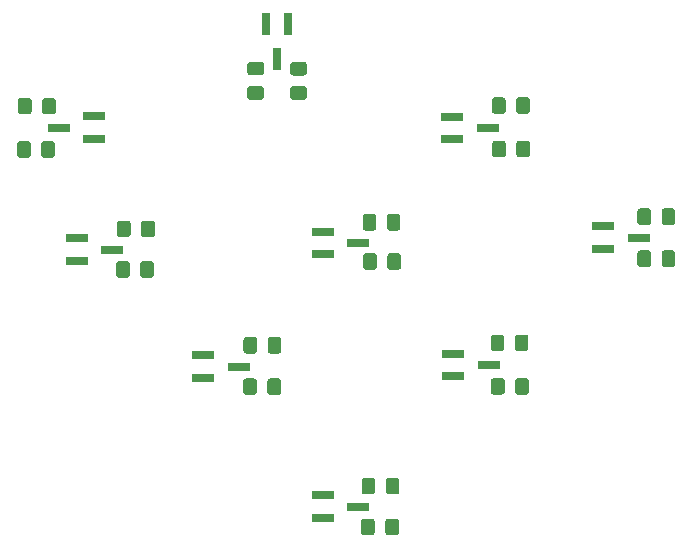
<source format=gbr>
G04 #@! TF.GenerationSoftware,KiCad,Pcbnew,(5.1.5-0)*
G04 #@! TF.CreationDate,2020-10-12T11:47:50-05:00*
G04 #@! TF.ProjectId,bells-venn,62656c6c-732d-4766-956e-6e2e6b696361,rev?*
G04 #@! TF.SameCoordinates,Original*
G04 #@! TF.FileFunction,Paste,Top*
G04 #@! TF.FilePolarity,Positive*
%FSLAX46Y46*%
G04 Gerber Fmt 4.6, Leading zero omitted, Abs format (unit mm)*
G04 Created by KiCad (PCBNEW (5.1.5-0)) date 2020-10-12 11:47:50*
%MOMM*%
%LPD*%
G04 APERTURE LIST*
%ADD10R,1.900000X0.800000*%
%ADD11R,0.800000X1.900000*%
%ADD12C,0.100000*%
G04 APERTURE END LIST*
D10*
X154683200Y-57089000D03*
X154683200Y-58989000D03*
X157683200Y-58039000D03*
D11*
X151785400Y-39497000D03*
X149885400Y-39497000D03*
X150835400Y-42497000D03*
D10*
X168681400Y-48310800D03*
X165681400Y-49260800D03*
X165681400Y-47360800D03*
X181459000Y-57594500D03*
X178459000Y-58544500D03*
X178459000Y-56644500D03*
X165760400Y-67416600D03*
X165760400Y-69316600D03*
X168760400Y-68366600D03*
X154708600Y-79415600D03*
X154708600Y-81315600D03*
X157708600Y-80365600D03*
X147599400Y-68503800D03*
X144599400Y-69453800D03*
X144599400Y-67553800D03*
X136855200Y-58597800D03*
X133855200Y-59547800D03*
X133855200Y-57647800D03*
X132356600Y-48275200D03*
X135356600Y-47325200D03*
X135356600Y-49225200D03*
D12*
G36*
X161055305Y-55587604D02*
G01*
X161079573Y-55591204D01*
X161103372Y-55597165D01*
X161126471Y-55605430D01*
X161148650Y-55615920D01*
X161169693Y-55628532D01*
X161189399Y-55643147D01*
X161207577Y-55659623D01*
X161224053Y-55677801D01*
X161238668Y-55697507D01*
X161251280Y-55718550D01*
X161261770Y-55740729D01*
X161270035Y-55763828D01*
X161275996Y-55787627D01*
X161279596Y-55811895D01*
X161280800Y-55836399D01*
X161280800Y-56736401D01*
X161279596Y-56760905D01*
X161275996Y-56785173D01*
X161270035Y-56808972D01*
X161261770Y-56832071D01*
X161251280Y-56854250D01*
X161238668Y-56875293D01*
X161224053Y-56894999D01*
X161207577Y-56913177D01*
X161189399Y-56929653D01*
X161169693Y-56944268D01*
X161148650Y-56956880D01*
X161126471Y-56967370D01*
X161103372Y-56975635D01*
X161079573Y-56981596D01*
X161055305Y-56985196D01*
X161030801Y-56986400D01*
X160380799Y-56986400D01*
X160356295Y-56985196D01*
X160332027Y-56981596D01*
X160308228Y-56975635D01*
X160285129Y-56967370D01*
X160262950Y-56956880D01*
X160241907Y-56944268D01*
X160222201Y-56929653D01*
X160204023Y-56913177D01*
X160187547Y-56894999D01*
X160172932Y-56875293D01*
X160160320Y-56854250D01*
X160149830Y-56832071D01*
X160141565Y-56808972D01*
X160135604Y-56785173D01*
X160132004Y-56760905D01*
X160130800Y-56736401D01*
X160130800Y-55836399D01*
X160132004Y-55811895D01*
X160135604Y-55787627D01*
X160141565Y-55763828D01*
X160149830Y-55740729D01*
X160160320Y-55718550D01*
X160172932Y-55697507D01*
X160187547Y-55677801D01*
X160204023Y-55659623D01*
X160222201Y-55643147D01*
X160241907Y-55628532D01*
X160262950Y-55615920D01*
X160285129Y-55605430D01*
X160308228Y-55597165D01*
X160332027Y-55591204D01*
X160356295Y-55587604D01*
X160380799Y-55586400D01*
X161030801Y-55586400D01*
X161055305Y-55587604D01*
G37*
G36*
X159005305Y-55587604D02*
G01*
X159029573Y-55591204D01*
X159053372Y-55597165D01*
X159076471Y-55605430D01*
X159098650Y-55615920D01*
X159119693Y-55628532D01*
X159139399Y-55643147D01*
X159157577Y-55659623D01*
X159174053Y-55677801D01*
X159188668Y-55697507D01*
X159201280Y-55718550D01*
X159211770Y-55740729D01*
X159220035Y-55763828D01*
X159225996Y-55787627D01*
X159229596Y-55811895D01*
X159230800Y-55836399D01*
X159230800Y-56736401D01*
X159229596Y-56760905D01*
X159225996Y-56785173D01*
X159220035Y-56808972D01*
X159211770Y-56832071D01*
X159201280Y-56854250D01*
X159188668Y-56875293D01*
X159174053Y-56894999D01*
X159157577Y-56913177D01*
X159139399Y-56929653D01*
X159119693Y-56944268D01*
X159098650Y-56956880D01*
X159076471Y-56967370D01*
X159053372Y-56975635D01*
X159029573Y-56981596D01*
X159005305Y-56985196D01*
X158980801Y-56986400D01*
X158330799Y-56986400D01*
X158306295Y-56985196D01*
X158282027Y-56981596D01*
X158258228Y-56975635D01*
X158235129Y-56967370D01*
X158212950Y-56956880D01*
X158191907Y-56944268D01*
X158172201Y-56929653D01*
X158154023Y-56913177D01*
X158137547Y-56894999D01*
X158122932Y-56875293D01*
X158110320Y-56854250D01*
X158099830Y-56832071D01*
X158091565Y-56808972D01*
X158085604Y-56785173D01*
X158082004Y-56760905D01*
X158080800Y-56736401D01*
X158080800Y-55836399D01*
X158082004Y-55811895D01*
X158085604Y-55787627D01*
X158091565Y-55763828D01*
X158099830Y-55740729D01*
X158110320Y-55718550D01*
X158122932Y-55697507D01*
X158137547Y-55677801D01*
X158154023Y-55659623D01*
X158172201Y-55643147D01*
X158191907Y-55628532D01*
X158212950Y-55615920D01*
X158235129Y-55605430D01*
X158258228Y-55597165D01*
X158282027Y-55591204D01*
X158306295Y-55587604D01*
X158330799Y-55586400D01*
X158980801Y-55586400D01*
X159005305Y-55587604D01*
G37*
G36*
X159048705Y-58915004D02*
G01*
X159072973Y-58918604D01*
X159096772Y-58924565D01*
X159119871Y-58932830D01*
X159142050Y-58943320D01*
X159163093Y-58955932D01*
X159182799Y-58970547D01*
X159200977Y-58987023D01*
X159217453Y-59005201D01*
X159232068Y-59024907D01*
X159244680Y-59045950D01*
X159255170Y-59068129D01*
X159263435Y-59091228D01*
X159269396Y-59115027D01*
X159272996Y-59139295D01*
X159274200Y-59163799D01*
X159274200Y-60063801D01*
X159272996Y-60088305D01*
X159269396Y-60112573D01*
X159263435Y-60136372D01*
X159255170Y-60159471D01*
X159244680Y-60181650D01*
X159232068Y-60202693D01*
X159217453Y-60222399D01*
X159200977Y-60240577D01*
X159182799Y-60257053D01*
X159163093Y-60271668D01*
X159142050Y-60284280D01*
X159119871Y-60294770D01*
X159096772Y-60303035D01*
X159072973Y-60308996D01*
X159048705Y-60312596D01*
X159024201Y-60313800D01*
X158374199Y-60313800D01*
X158349695Y-60312596D01*
X158325427Y-60308996D01*
X158301628Y-60303035D01*
X158278529Y-60294770D01*
X158256350Y-60284280D01*
X158235307Y-60271668D01*
X158215601Y-60257053D01*
X158197423Y-60240577D01*
X158180947Y-60222399D01*
X158166332Y-60202693D01*
X158153720Y-60181650D01*
X158143230Y-60159471D01*
X158134965Y-60136372D01*
X158129004Y-60112573D01*
X158125404Y-60088305D01*
X158124200Y-60063801D01*
X158124200Y-59163799D01*
X158125404Y-59139295D01*
X158129004Y-59115027D01*
X158134965Y-59091228D01*
X158143230Y-59068129D01*
X158153720Y-59045950D01*
X158166332Y-59024907D01*
X158180947Y-59005201D01*
X158197423Y-58987023D01*
X158215601Y-58970547D01*
X158235307Y-58955932D01*
X158256350Y-58943320D01*
X158278529Y-58932830D01*
X158301628Y-58924565D01*
X158325427Y-58918604D01*
X158349695Y-58915004D01*
X158374199Y-58913800D01*
X159024201Y-58913800D01*
X159048705Y-58915004D01*
G37*
G36*
X161098705Y-58915004D02*
G01*
X161122973Y-58918604D01*
X161146772Y-58924565D01*
X161169871Y-58932830D01*
X161192050Y-58943320D01*
X161213093Y-58955932D01*
X161232799Y-58970547D01*
X161250977Y-58987023D01*
X161267453Y-59005201D01*
X161282068Y-59024907D01*
X161294680Y-59045950D01*
X161305170Y-59068129D01*
X161313435Y-59091228D01*
X161319396Y-59115027D01*
X161322996Y-59139295D01*
X161324200Y-59163799D01*
X161324200Y-60063801D01*
X161322996Y-60088305D01*
X161319396Y-60112573D01*
X161313435Y-60136372D01*
X161305170Y-60159471D01*
X161294680Y-60181650D01*
X161282068Y-60202693D01*
X161267453Y-60222399D01*
X161250977Y-60240577D01*
X161232799Y-60257053D01*
X161213093Y-60271668D01*
X161192050Y-60284280D01*
X161169871Y-60294770D01*
X161146772Y-60303035D01*
X161122973Y-60308996D01*
X161098705Y-60312596D01*
X161074201Y-60313800D01*
X160424199Y-60313800D01*
X160399695Y-60312596D01*
X160375427Y-60308996D01*
X160351628Y-60303035D01*
X160328529Y-60294770D01*
X160306350Y-60284280D01*
X160285307Y-60271668D01*
X160265601Y-60257053D01*
X160247423Y-60240577D01*
X160230947Y-60222399D01*
X160216332Y-60202693D01*
X160203720Y-60181650D01*
X160193230Y-60159471D01*
X160184965Y-60136372D01*
X160179004Y-60112573D01*
X160175404Y-60088305D01*
X160174200Y-60063801D01*
X160174200Y-59163799D01*
X160175404Y-59139295D01*
X160179004Y-59115027D01*
X160184965Y-59091228D01*
X160193230Y-59068129D01*
X160203720Y-59045950D01*
X160216332Y-59024907D01*
X160230947Y-59005201D01*
X160247423Y-58987023D01*
X160265601Y-58970547D01*
X160285307Y-58955932D01*
X160306350Y-58943320D01*
X160328529Y-58932830D01*
X160351628Y-58924565D01*
X160375427Y-58918604D01*
X160399695Y-58915004D01*
X160424199Y-58913800D01*
X161074201Y-58913800D01*
X161098705Y-58915004D01*
G37*
G36*
X153128505Y-44765204D02*
G01*
X153152773Y-44768804D01*
X153176572Y-44774765D01*
X153199671Y-44783030D01*
X153221850Y-44793520D01*
X153242893Y-44806132D01*
X153262599Y-44820747D01*
X153280777Y-44837223D01*
X153297253Y-44855401D01*
X153311868Y-44875107D01*
X153324480Y-44896150D01*
X153334970Y-44918329D01*
X153343235Y-44941428D01*
X153349196Y-44965227D01*
X153352796Y-44989495D01*
X153354000Y-45013999D01*
X153354000Y-45664001D01*
X153352796Y-45688505D01*
X153349196Y-45712773D01*
X153343235Y-45736572D01*
X153334970Y-45759671D01*
X153324480Y-45781850D01*
X153311868Y-45802893D01*
X153297253Y-45822599D01*
X153280777Y-45840777D01*
X153262599Y-45857253D01*
X153242893Y-45871868D01*
X153221850Y-45884480D01*
X153199671Y-45894970D01*
X153176572Y-45903235D01*
X153152773Y-45909196D01*
X153128505Y-45912796D01*
X153104001Y-45914000D01*
X152203999Y-45914000D01*
X152179495Y-45912796D01*
X152155227Y-45909196D01*
X152131428Y-45903235D01*
X152108329Y-45894970D01*
X152086150Y-45884480D01*
X152065107Y-45871868D01*
X152045401Y-45857253D01*
X152027223Y-45840777D01*
X152010747Y-45822599D01*
X151996132Y-45802893D01*
X151983520Y-45781850D01*
X151973030Y-45759671D01*
X151964765Y-45736572D01*
X151958804Y-45712773D01*
X151955204Y-45688505D01*
X151954000Y-45664001D01*
X151954000Y-45013999D01*
X151955204Y-44989495D01*
X151958804Y-44965227D01*
X151964765Y-44941428D01*
X151973030Y-44918329D01*
X151983520Y-44896150D01*
X151996132Y-44875107D01*
X152010747Y-44855401D01*
X152027223Y-44837223D01*
X152045401Y-44820747D01*
X152065107Y-44806132D01*
X152086150Y-44793520D01*
X152108329Y-44783030D01*
X152131428Y-44774765D01*
X152155227Y-44768804D01*
X152179495Y-44765204D01*
X152203999Y-44764000D01*
X153104001Y-44764000D01*
X153128505Y-44765204D01*
G37*
G36*
X153128505Y-42715204D02*
G01*
X153152773Y-42718804D01*
X153176572Y-42724765D01*
X153199671Y-42733030D01*
X153221850Y-42743520D01*
X153242893Y-42756132D01*
X153262599Y-42770747D01*
X153280777Y-42787223D01*
X153297253Y-42805401D01*
X153311868Y-42825107D01*
X153324480Y-42846150D01*
X153334970Y-42868329D01*
X153343235Y-42891428D01*
X153349196Y-42915227D01*
X153352796Y-42939495D01*
X153354000Y-42963999D01*
X153354000Y-43614001D01*
X153352796Y-43638505D01*
X153349196Y-43662773D01*
X153343235Y-43686572D01*
X153334970Y-43709671D01*
X153324480Y-43731850D01*
X153311868Y-43752893D01*
X153297253Y-43772599D01*
X153280777Y-43790777D01*
X153262599Y-43807253D01*
X153242893Y-43821868D01*
X153221850Y-43834480D01*
X153199671Y-43844970D01*
X153176572Y-43853235D01*
X153152773Y-43859196D01*
X153128505Y-43862796D01*
X153104001Y-43864000D01*
X152203999Y-43864000D01*
X152179495Y-43862796D01*
X152155227Y-43859196D01*
X152131428Y-43853235D01*
X152108329Y-43844970D01*
X152086150Y-43834480D01*
X152065107Y-43821868D01*
X152045401Y-43807253D01*
X152027223Y-43790777D01*
X152010747Y-43772599D01*
X151996132Y-43752893D01*
X151983520Y-43731850D01*
X151973030Y-43709671D01*
X151964765Y-43686572D01*
X151958804Y-43662773D01*
X151955204Y-43638505D01*
X151954000Y-43614001D01*
X151954000Y-42963999D01*
X151955204Y-42939495D01*
X151958804Y-42915227D01*
X151964765Y-42891428D01*
X151973030Y-42868329D01*
X151983520Y-42846150D01*
X151996132Y-42825107D01*
X152010747Y-42805401D01*
X152027223Y-42787223D01*
X152045401Y-42770747D01*
X152065107Y-42756132D01*
X152086150Y-42743520D01*
X152108329Y-42733030D01*
X152131428Y-42724765D01*
X152155227Y-42718804D01*
X152179495Y-42715204D01*
X152203999Y-42714000D01*
X153104001Y-42714000D01*
X153128505Y-42715204D01*
G37*
G36*
X172002705Y-45707004D02*
G01*
X172026973Y-45710604D01*
X172050772Y-45716565D01*
X172073871Y-45724830D01*
X172096050Y-45735320D01*
X172117093Y-45747932D01*
X172136799Y-45762547D01*
X172154977Y-45779023D01*
X172171453Y-45797201D01*
X172186068Y-45816907D01*
X172198680Y-45837950D01*
X172209170Y-45860129D01*
X172217435Y-45883228D01*
X172223396Y-45907027D01*
X172226996Y-45931295D01*
X172228200Y-45955799D01*
X172228200Y-46855801D01*
X172226996Y-46880305D01*
X172223396Y-46904573D01*
X172217435Y-46928372D01*
X172209170Y-46951471D01*
X172198680Y-46973650D01*
X172186068Y-46994693D01*
X172171453Y-47014399D01*
X172154977Y-47032577D01*
X172136799Y-47049053D01*
X172117093Y-47063668D01*
X172096050Y-47076280D01*
X172073871Y-47086770D01*
X172050772Y-47095035D01*
X172026973Y-47100996D01*
X172002705Y-47104596D01*
X171978201Y-47105800D01*
X171328199Y-47105800D01*
X171303695Y-47104596D01*
X171279427Y-47100996D01*
X171255628Y-47095035D01*
X171232529Y-47086770D01*
X171210350Y-47076280D01*
X171189307Y-47063668D01*
X171169601Y-47049053D01*
X171151423Y-47032577D01*
X171134947Y-47014399D01*
X171120332Y-46994693D01*
X171107720Y-46973650D01*
X171097230Y-46951471D01*
X171088965Y-46928372D01*
X171083004Y-46904573D01*
X171079404Y-46880305D01*
X171078200Y-46855801D01*
X171078200Y-45955799D01*
X171079404Y-45931295D01*
X171083004Y-45907027D01*
X171088965Y-45883228D01*
X171097230Y-45860129D01*
X171107720Y-45837950D01*
X171120332Y-45816907D01*
X171134947Y-45797201D01*
X171151423Y-45779023D01*
X171169601Y-45762547D01*
X171189307Y-45747932D01*
X171210350Y-45735320D01*
X171232529Y-45724830D01*
X171255628Y-45716565D01*
X171279427Y-45710604D01*
X171303695Y-45707004D01*
X171328199Y-45705800D01*
X171978201Y-45705800D01*
X172002705Y-45707004D01*
G37*
G36*
X169952705Y-45707004D02*
G01*
X169976973Y-45710604D01*
X170000772Y-45716565D01*
X170023871Y-45724830D01*
X170046050Y-45735320D01*
X170067093Y-45747932D01*
X170086799Y-45762547D01*
X170104977Y-45779023D01*
X170121453Y-45797201D01*
X170136068Y-45816907D01*
X170148680Y-45837950D01*
X170159170Y-45860129D01*
X170167435Y-45883228D01*
X170173396Y-45907027D01*
X170176996Y-45931295D01*
X170178200Y-45955799D01*
X170178200Y-46855801D01*
X170176996Y-46880305D01*
X170173396Y-46904573D01*
X170167435Y-46928372D01*
X170159170Y-46951471D01*
X170148680Y-46973650D01*
X170136068Y-46994693D01*
X170121453Y-47014399D01*
X170104977Y-47032577D01*
X170086799Y-47049053D01*
X170067093Y-47063668D01*
X170046050Y-47076280D01*
X170023871Y-47086770D01*
X170000772Y-47095035D01*
X169976973Y-47100996D01*
X169952705Y-47104596D01*
X169928201Y-47105800D01*
X169278199Y-47105800D01*
X169253695Y-47104596D01*
X169229427Y-47100996D01*
X169205628Y-47095035D01*
X169182529Y-47086770D01*
X169160350Y-47076280D01*
X169139307Y-47063668D01*
X169119601Y-47049053D01*
X169101423Y-47032577D01*
X169084947Y-47014399D01*
X169070332Y-46994693D01*
X169057720Y-46973650D01*
X169047230Y-46951471D01*
X169038965Y-46928372D01*
X169033004Y-46904573D01*
X169029404Y-46880305D01*
X169028200Y-46855801D01*
X169028200Y-45955799D01*
X169029404Y-45931295D01*
X169033004Y-45907027D01*
X169038965Y-45883228D01*
X169047230Y-45860129D01*
X169057720Y-45837950D01*
X169070332Y-45816907D01*
X169084947Y-45797201D01*
X169101423Y-45779023D01*
X169119601Y-45762547D01*
X169139307Y-45747932D01*
X169160350Y-45735320D01*
X169182529Y-45724830D01*
X169205628Y-45716565D01*
X169229427Y-45710604D01*
X169253695Y-45707004D01*
X169278199Y-45705800D01*
X169928201Y-45705800D01*
X169952705Y-45707004D01*
G37*
G36*
X149496305Y-44757804D02*
G01*
X149520573Y-44761404D01*
X149544372Y-44767365D01*
X149567471Y-44775630D01*
X149589650Y-44786120D01*
X149610693Y-44798732D01*
X149630399Y-44813347D01*
X149648577Y-44829823D01*
X149665053Y-44848001D01*
X149679668Y-44867707D01*
X149692280Y-44888750D01*
X149702770Y-44910929D01*
X149711035Y-44934028D01*
X149716996Y-44957827D01*
X149720596Y-44982095D01*
X149721800Y-45006599D01*
X149721800Y-45656601D01*
X149720596Y-45681105D01*
X149716996Y-45705373D01*
X149711035Y-45729172D01*
X149702770Y-45752271D01*
X149692280Y-45774450D01*
X149679668Y-45795493D01*
X149665053Y-45815199D01*
X149648577Y-45833377D01*
X149630399Y-45849853D01*
X149610693Y-45864468D01*
X149589650Y-45877080D01*
X149567471Y-45887570D01*
X149544372Y-45895835D01*
X149520573Y-45901796D01*
X149496305Y-45905396D01*
X149471801Y-45906600D01*
X148571799Y-45906600D01*
X148547295Y-45905396D01*
X148523027Y-45901796D01*
X148499228Y-45895835D01*
X148476129Y-45887570D01*
X148453950Y-45877080D01*
X148432907Y-45864468D01*
X148413201Y-45849853D01*
X148395023Y-45833377D01*
X148378547Y-45815199D01*
X148363932Y-45795493D01*
X148351320Y-45774450D01*
X148340830Y-45752271D01*
X148332565Y-45729172D01*
X148326604Y-45705373D01*
X148323004Y-45681105D01*
X148321800Y-45656601D01*
X148321800Y-45006599D01*
X148323004Y-44982095D01*
X148326604Y-44957827D01*
X148332565Y-44934028D01*
X148340830Y-44910929D01*
X148351320Y-44888750D01*
X148363932Y-44867707D01*
X148378547Y-44848001D01*
X148395023Y-44829823D01*
X148413201Y-44813347D01*
X148432907Y-44798732D01*
X148453950Y-44786120D01*
X148476129Y-44775630D01*
X148499228Y-44767365D01*
X148523027Y-44761404D01*
X148547295Y-44757804D01*
X148571799Y-44756600D01*
X149471801Y-44756600D01*
X149496305Y-44757804D01*
G37*
G36*
X149496305Y-42707804D02*
G01*
X149520573Y-42711404D01*
X149544372Y-42717365D01*
X149567471Y-42725630D01*
X149589650Y-42736120D01*
X149610693Y-42748732D01*
X149630399Y-42763347D01*
X149648577Y-42779823D01*
X149665053Y-42798001D01*
X149679668Y-42817707D01*
X149692280Y-42838750D01*
X149702770Y-42860929D01*
X149711035Y-42884028D01*
X149716996Y-42907827D01*
X149720596Y-42932095D01*
X149721800Y-42956599D01*
X149721800Y-43606601D01*
X149720596Y-43631105D01*
X149716996Y-43655373D01*
X149711035Y-43679172D01*
X149702770Y-43702271D01*
X149692280Y-43724450D01*
X149679668Y-43745493D01*
X149665053Y-43765199D01*
X149648577Y-43783377D01*
X149630399Y-43799853D01*
X149610693Y-43814468D01*
X149589650Y-43827080D01*
X149567471Y-43837570D01*
X149544372Y-43845835D01*
X149520573Y-43851796D01*
X149496305Y-43855396D01*
X149471801Y-43856600D01*
X148571799Y-43856600D01*
X148547295Y-43855396D01*
X148523027Y-43851796D01*
X148499228Y-43845835D01*
X148476129Y-43837570D01*
X148453950Y-43827080D01*
X148432907Y-43814468D01*
X148413201Y-43799853D01*
X148395023Y-43783377D01*
X148378547Y-43765199D01*
X148363932Y-43745493D01*
X148351320Y-43724450D01*
X148340830Y-43702271D01*
X148332565Y-43679172D01*
X148326604Y-43655373D01*
X148323004Y-43631105D01*
X148321800Y-43606601D01*
X148321800Y-42956599D01*
X148323004Y-42932095D01*
X148326604Y-42907827D01*
X148332565Y-42884028D01*
X148340830Y-42860929D01*
X148351320Y-42838750D01*
X148363932Y-42817707D01*
X148378547Y-42798001D01*
X148395023Y-42779823D01*
X148413201Y-42763347D01*
X148432907Y-42748732D01*
X148453950Y-42736120D01*
X148476129Y-42725630D01*
X148499228Y-42717365D01*
X148523027Y-42711404D01*
X148547295Y-42707804D01*
X148571799Y-42706600D01*
X149471801Y-42706600D01*
X149496305Y-42707804D01*
G37*
G36*
X172020705Y-49390004D02*
G01*
X172044973Y-49393604D01*
X172068772Y-49399565D01*
X172091871Y-49407830D01*
X172114050Y-49418320D01*
X172135093Y-49430932D01*
X172154799Y-49445547D01*
X172172977Y-49462023D01*
X172189453Y-49480201D01*
X172204068Y-49499907D01*
X172216680Y-49520950D01*
X172227170Y-49543129D01*
X172235435Y-49566228D01*
X172241396Y-49590027D01*
X172244996Y-49614295D01*
X172246200Y-49638799D01*
X172246200Y-50538801D01*
X172244996Y-50563305D01*
X172241396Y-50587573D01*
X172235435Y-50611372D01*
X172227170Y-50634471D01*
X172216680Y-50656650D01*
X172204068Y-50677693D01*
X172189453Y-50697399D01*
X172172977Y-50715577D01*
X172154799Y-50732053D01*
X172135093Y-50746668D01*
X172114050Y-50759280D01*
X172091871Y-50769770D01*
X172068772Y-50778035D01*
X172044973Y-50783996D01*
X172020705Y-50787596D01*
X171996201Y-50788800D01*
X171346199Y-50788800D01*
X171321695Y-50787596D01*
X171297427Y-50783996D01*
X171273628Y-50778035D01*
X171250529Y-50769770D01*
X171228350Y-50759280D01*
X171207307Y-50746668D01*
X171187601Y-50732053D01*
X171169423Y-50715577D01*
X171152947Y-50697399D01*
X171138332Y-50677693D01*
X171125720Y-50656650D01*
X171115230Y-50634471D01*
X171106965Y-50611372D01*
X171101004Y-50587573D01*
X171097404Y-50563305D01*
X171096200Y-50538801D01*
X171096200Y-49638799D01*
X171097404Y-49614295D01*
X171101004Y-49590027D01*
X171106965Y-49566228D01*
X171115230Y-49543129D01*
X171125720Y-49520950D01*
X171138332Y-49499907D01*
X171152947Y-49480201D01*
X171169423Y-49462023D01*
X171187601Y-49445547D01*
X171207307Y-49430932D01*
X171228350Y-49418320D01*
X171250529Y-49407830D01*
X171273628Y-49399565D01*
X171297427Y-49393604D01*
X171321695Y-49390004D01*
X171346199Y-49388800D01*
X171996201Y-49388800D01*
X172020705Y-49390004D01*
G37*
G36*
X169970705Y-49390004D02*
G01*
X169994973Y-49393604D01*
X170018772Y-49399565D01*
X170041871Y-49407830D01*
X170064050Y-49418320D01*
X170085093Y-49430932D01*
X170104799Y-49445547D01*
X170122977Y-49462023D01*
X170139453Y-49480201D01*
X170154068Y-49499907D01*
X170166680Y-49520950D01*
X170177170Y-49543129D01*
X170185435Y-49566228D01*
X170191396Y-49590027D01*
X170194996Y-49614295D01*
X170196200Y-49638799D01*
X170196200Y-50538801D01*
X170194996Y-50563305D01*
X170191396Y-50587573D01*
X170185435Y-50611372D01*
X170177170Y-50634471D01*
X170166680Y-50656650D01*
X170154068Y-50677693D01*
X170139453Y-50697399D01*
X170122977Y-50715577D01*
X170104799Y-50732053D01*
X170085093Y-50746668D01*
X170064050Y-50759280D01*
X170041871Y-50769770D01*
X170018772Y-50778035D01*
X169994973Y-50783996D01*
X169970705Y-50787596D01*
X169946201Y-50788800D01*
X169296199Y-50788800D01*
X169271695Y-50787596D01*
X169247427Y-50783996D01*
X169223628Y-50778035D01*
X169200529Y-50769770D01*
X169178350Y-50759280D01*
X169157307Y-50746668D01*
X169137601Y-50732053D01*
X169119423Y-50715577D01*
X169102947Y-50697399D01*
X169088332Y-50677693D01*
X169075720Y-50656650D01*
X169065230Y-50634471D01*
X169056965Y-50611372D01*
X169051004Y-50587573D01*
X169047404Y-50563305D01*
X169046200Y-50538801D01*
X169046200Y-49638799D01*
X169047404Y-49614295D01*
X169051004Y-49590027D01*
X169056965Y-49566228D01*
X169065230Y-49543129D01*
X169075720Y-49520950D01*
X169088332Y-49499907D01*
X169102947Y-49480201D01*
X169119423Y-49462023D01*
X169137601Y-49445547D01*
X169157307Y-49430932D01*
X169178350Y-49418320D01*
X169200529Y-49407830D01*
X169223628Y-49399565D01*
X169247427Y-49393604D01*
X169271695Y-49390004D01*
X169296199Y-49388800D01*
X169946201Y-49388800D01*
X169970705Y-49390004D01*
G37*
G36*
X184309005Y-55117704D02*
G01*
X184333273Y-55121304D01*
X184357072Y-55127265D01*
X184380171Y-55135530D01*
X184402350Y-55146020D01*
X184423393Y-55158632D01*
X184443099Y-55173247D01*
X184461277Y-55189723D01*
X184477753Y-55207901D01*
X184492368Y-55227607D01*
X184504980Y-55248650D01*
X184515470Y-55270829D01*
X184523735Y-55293928D01*
X184529696Y-55317727D01*
X184533296Y-55341995D01*
X184534500Y-55366499D01*
X184534500Y-56266501D01*
X184533296Y-56291005D01*
X184529696Y-56315273D01*
X184523735Y-56339072D01*
X184515470Y-56362171D01*
X184504980Y-56384350D01*
X184492368Y-56405393D01*
X184477753Y-56425099D01*
X184461277Y-56443277D01*
X184443099Y-56459753D01*
X184423393Y-56474368D01*
X184402350Y-56486980D01*
X184380171Y-56497470D01*
X184357072Y-56505735D01*
X184333273Y-56511696D01*
X184309005Y-56515296D01*
X184284501Y-56516500D01*
X183634499Y-56516500D01*
X183609995Y-56515296D01*
X183585727Y-56511696D01*
X183561928Y-56505735D01*
X183538829Y-56497470D01*
X183516650Y-56486980D01*
X183495607Y-56474368D01*
X183475901Y-56459753D01*
X183457723Y-56443277D01*
X183441247Y-56425099D01*
X183426632Y-56405393D01*
X183414020Y-56384350D01*
X183403530Y-56362171D01*
X183395265Y-56339072D01*
X183389304Y-56315273D01*
X183385704Y-56291005D01*
X183384500Y-56266501D01*
X183384500Y-55366499D01*
X183385704Y-55341995D01*
X183389304Y-55317727D01*
X183395265Y-55293928D01*
X183403530Y-55270829D01*
X183414020Y-55248650D01*
X183426632Y-55227607D01*
X183441247Y-55207901D01*
X183457723Y-55189723D01*
X183475901Y-55173247D01*
X183495607Y-55158632D01*
X183516650Y-55146020D01*
X183538829Y-55135530D01*
X183561928Y-55127265D01*
X183585727Y-55121304D01*
X183609995Y-55117704D01*
X183634499Y-55116500D01*
X184284501Y-55116500D01*
X184309005Y-55117704D01*
G37*
G36*
X182259005Y-55117704D02*
G01*
X182283273Y-55121304D01*
X182307072Y-55127265D01*
X182330171Y-55135530D01*
X182352350Y-55146020D01*
X182373393Y-55158632D01*
X182393099Y-55173247D01*
X182411277Y-55189723D01*
X182427753Y-55207901D01*
X182442368Y-55227607D01*
X182454980Y-55248650D01*
X182465470Y-55270829D01*
X182473735Y-55293928D01*
X182479696Y-55317727D01*
X182483296Y-55341995D01*
X182484500Y-55366499D01*
X182484500Y-56266501D01*
X182483296Y-56291005D01*
X182479696Y-56315273D01*
X182473735Y-56339072D01*
X182465470Y-56362171D01*
X182454980Y-56384350D01*
X182442368Y-56405393D01*
X182427753Y-56425099D01*
X182411277Y-56443277D01*
X182393099Y-56459753D01*
X182373393Y-56474368D01*
X182352350Y-56486980D01*
X182330171Y-56497470D01*
X182307072Y-56505735D01*
X182283273Y-56511696D01*
X182259005Y-56515296D01*
X182234501Y-56516500D01*
X181584499Y-56516500D01*
X181559995Y-56515296D01*
X181535727Y-56511696D01*
X181511928Y-56505735D01*
X181488829Y-56497470D01*
X181466650Y-56486980D01*
X181445607Y-56474368D01*
X181425901Y-56459753D01*
X181407723Y-56443277D01*
X181391247Y-56425099D01*
X181376632Y-56405393D01*
X181364020Y-56384350D01*
X181353530Y-56362171D01*
X181345265Y-56339072D01*
X181339304Y-56315273D01*
X181335704Y-56291005D01*
X181334500Y-56266501D01*
X181334500Y-55366499D01*
X181335704Y-55341995D01*
X181339304Y-55317727D01*
X181345265Y-55293928D01*
X181353530Y-55270829D01*
X181364020Y-55248650D01*
X181376632Y-55227607D01*
X181391247Y-55207901D01*
X181407723Y-55189723D01*
X181425901Y-55173247D01*
X181445607Y-55158632D01*
X181466650Y-55146020D01*
X181488829Y-55135530D01*
X181511928Y-55127265D01*
X181535727Y-55121304D01*
X181559995Y-55117704D01*
X181584499Y-55116500D01*
X182234501Y-55116500D01*
X182259005Y-55117704D01*
G37*
G36*
X169843705Y-65798404D02*
G01*
X169867973Y-65802004D01*
X169891772Y-65807965D01*
X169914871Y-65816230D01*
X169937050Y-65826720D01*
X169958093Y-65839332D01*
X169977799Y-65853947D01*
X169995977Y-65870423D01*
X170012453Y-65888601D01*
X170027068Y-65908307D01*
X170039680Y-65929350D01*
X170050170Y-65951529D01*
X170058435Y-65974628D01*
X170064396Y-65998427D01*
X170067996Y-66022695D01*
X170069200Y-66047199D01*
X170069200Y-66947201D01*
X170067996Y-66971705D01*
X170064396Y-66995973D01*
X170058435Y-67019772D01*
X170050170Y-67042871D01*
X170039680Y-67065050D01*
X170027068Y-67086093D01*
X170012453Y-67105799D01*
X169995977Y-67123977D01*
X169977799Y-67140453D01*
X169958093Y-67155068D01*
X169937050Y-67167680D01*
X169914871Y-67178170D01*
X169891772Y-67186435D01*
X169867973Y-67192396D01*
X169843705Y-67195996D01*
X169819201Y-67197200D01*
X169169199Y-67197200D01*
X169144695Y-67195996D01*
X169120427Y-67192396D01*
X169096628Y-67186435D01*
X169073529Y-67178170D01*
X169051350Y-67167680D01*
X169030307Y-67155068D01*
X169010601Y-67140453D01*
X168992423Y-67123977D01*
X168975947Y-67105799D01*
X168961332Y-67086093D01*
X168948720Y-67065050D01*
X168938230Y-67042871D01*
X168929965Y-67019772D01*
X168924004Y-66995973D01*
X168920404Y-66971705D01*
X168919200Y-66947201D01*
X168919200Y-66047199D01*
X168920404Y-66022695D01*
X168924004Y-65998427D01*
X168929965Y-65974628D01*
X168938230Y-65951529D01*
X168948720Y-65929350D01*
X168961332Y-65908307D01*
X168975947Y-65888601D01*
X168992423Y-65870423D01*
X169010601Y-65853947D01*
X169030307Y-65839332D01*
X169051350Y-65826720D01*
X169073529Y-65816230D01*
X169096628Y-65807965D01*
X169120427Y-65802004D01*
X169144695Y-65798404D01*
X169169199Y-65797200D01*
X169819201Y-65797200D01*
X169843705Y-65798404D01*
G37*
G36*
X171893705Y-65798404D02*
G01*
X171917973Y-65802004D01*
X171941772Y-65807965D01*
X171964871Y-65816230D01*
X171987050Y-65826720D01*
X172008093Y-65839332D01*
X172027799Y-65853947D01*
X172045977Y-65870423D01*
X172062453Y-65888601D01*
X172077068Y-65908307D01*
X172089680Y-65929350D01*
X172100170Y-65951529D01*
X172108435Y-65974628D01*
X172114396Y-65998427D01*
X172117996Y-66022695D01*
X172119200Y-66047199D01*
X172119200Y-66947201D01*
X172117996Y-66971705D01*
X172114396Y-66995973D01*
X172108435Y-67019772D01*
X172100170Y-67042871D01*
X172089680Y-67065050D01*
X172077068Y-67086093D01*
X172062453Y-67105799D01*
X172045977Y-67123977D01*
X172027799Y-67140453D01*
X172008093Y-67155068D01*
X171987050Y-67167680D01*
X171964871Y-67178170D01*
X171941772Y-67186435D01*
X171917973Y-67192396D01*
X171893705Y-67195996D01*
X171869201Y-67197200D01*
X171219199Y-67197200D01*
X171194695Y-67195996D01*
X171170427Y-67192396D01*
X171146628Y-67186435D01*
X171123529Y-67178170D01*
X171101350Y-67167680D01*
X171080307Y-67155068D01*
X171060601Y-67140453D01*
X171042423Y-67123977D01*
X171025947Y-67105799D01*
X171011332Y-67086093D01*
X170998720Y-67065050D01*
X170988230Y-67042871D01*
X170979965Y-67019772D01*
X170974004Y-66995973D01*
X170970404Y-66971705D01*
X170969200Y-66947201D01*
X170969200Y-66047199D01*
X170970404Y-66022695D01*
X170974004Y-65998427D01*
X170979965Y-65974628D01*
X170988230Y-65951529D01*
X170998720Y-65929350D01*
X171011332Y-65908307D01*
X171025947Y-65888601D01*
X171042423Y-65870423D01*
X171060601Y-65853947D01*
X171080307Y-65839332D01*
X171101350Y-65826720D01*
X171123529Y-65816230D01*
X171146628Y-65807965D01*
X171170427Y-65802004D01*
X171194695Y-65798404D01*
X171219199Y-65797200D01*
X171869201Y-65797200D01*
X171893705Y-65798404D01*
G37*
G36*
X184309005Y-58673704D02*
G01*
X184333273Y-58677304D01*
X184357072Y-58683265D01*
X184380171Y-58691530D01*
X184402350Y-58702020D01*
X184423393Y-58714632D01*
X184443099Y-58729247D01*
X184461277Y-58745723D01*
X184477753Y-58763901D01*
X184492368Y-58783607D01*
X184504980Y-58804650D01*
X184515470Y-58826829D01*
X184523735Y-58849928D01*
X184529696Y-58873727D01*
X184533296Y-58897995D01*
X184534500Y-58922499D01*
X184534500Y-59822501D01*
X184533296Y-59847005D01*
X184529696Y-59871273D01*
X184523735Y-59895072D01*
X184515470Y-59918171D01*
X184504980Y-59940350D01*
X184492368Y-59961393D01*
X184477753Y-59981099D01*
X184461277Y-59999277D01*
X184443099Y-60015753D01*
X184423393Y-60030368D01*
X184402350Y-60042980D01*
X184380171Y-60053470D01*
X184357072Y-60061735D01*
X184333273Y-60067696D01*
X184309005Y-60071296D01*
X184284501Y-60072500D01*
X183634499Y-60072500D01*
X183609995Y-60071296D01*
X183585727Y-60067696D01*
X183561928Y-60061735D01*
X183538829Y-60053470D01*
X183516650Y-60042980D01*
X183495607Y-60030368D01*
X183475901Y-60015753D01*
X183457723Y-59999277D01*
X183441247Y-59981099D01*
X183426632Y-59961393D01*
X183414020Y-59940350D01*
X183403530Y-59918171D01*
X183395265Y-59895072D01*
X183389304Y-59871273D01*
X183385704Y-59847005D01*
X183384500Y-59822501D01*
X183384500Y-58922499D01*
X183385704Y-58897995D01*
X183389304Y-58873727D01*
X183395265Y-58849928D01*
X183403530Y-58826829D01*
X183414020Y-58804650D01*
X183426632Y-58783607D01*
X183441247Y-58763901D01*
X183457723Y-58745723D01*
X183475901Y-58729247D01*
X183495607Y-58714632D01*
X183516650Y-58702020D01*
X183538829Y-58691530D01*
X183561928Y-58683265D01*
X183585727Y-58677304D01*
X183609995Y-58673704D01*
X183634499Y-58672500D01*
X184284501Y-58672500D01*
X184309005Y-58673704D01*
G37*
G36*
X182259005Y-58673704D02*
G01*
X182283273Y-58677304D01*
X182307072Y-58683265D01*
X182330171Y-58691530D01*
X182352350Y-58702020D01*
X182373393Y-58714632D01*
X182393099Y-58729247D01*
X182411277Y-58745723D01*
X182427753Y-58763901D01*
X182442368Y-58783607D01*
X182454980Y-58804650D01*
X182465470Y-58826829D01*
X182473735Y-58849928D01*
X182479696Y-58873727D01*
X182483296Y-58897995D01*
X182484500Y-58922499D01*
X182484500Y-59822501D01*
X182483296Y-59847005D01*
X182479696Y-59871273D01*
X182473735Y-59895072D01*
X182465470Y-59918171D01*
X182454980Y-59940350D01*
X182442368Y-59961393D01*
X182427753Y-59981099D01*
X182411277Y-59999277D01*
X182393099Y-60015753D01*
X182373393Y-60030368D01*
X182352350Y-60042980D01*
X182330171Y-60053470D01*
X182307072Y-60061735D01*
X182283273Y-60067696D01*
X182259005Y-60071296D01*
X182234501Y-60072500D01*
X181584499Y-60072500D01*
X181559995Y-60071296D01*
X181535727Y-60067696D01*
X181511928Y-60061735D01*
X181488829Y-60053470D01*
X181466650Y-60042980D01*
X181445607Y-60030368D01*
X181425901Y-60015753D01*
X181407723Y-59999277D01*
X181391247Y-59981099D01*
X181376632Y-59961393D01*
X181364020Y-59940350D01*
X181353530Y-59918171D01*
X181345265Y-59895072D01*
X181339304Y-59871273D01*
X181335704Y-59847005D01*
X181334500Y-59822501D01*
X181334500Y-58922499D01*
X181335704Y-58897995D01*
X181339304Y-58873727D01*
X181345265Y-58849928D01*
X181353530Y-58826829D01*
X181364020Y-58804650D01*
X181376632Y-58783607D01*
X181391247Y-58763901D01*
X181407723Y-58745723D01*
X181425901Y-58729247D01*
X181445607Y-58714632D01*
X181466650Y-58702020D01*
X181488829Y-58691530D01*
X181511928Y-58683265D01*
X181535727Y-58677304D01*
X181559995Y-58673704D01*
X181584499Y-58672500D01*
X182234501Y-58672500D01*
X182259005Y-58673704D01*
G37*
G36*
X169869105Y-69481404D02*
G01*
X169893373Y-69485004D01*
X169917172Y-69490965D01*
X169940271Y-69499230D01*
X169962450Y-69509720D01*
X169983493Y-69522332D01*
X170003199Y-69536947D01*
X170021377Y-69553423D01*
X170037853Y-69571601D01*
X170052468Y-69591307D01*
X170065080Y-69612350D01*
X170075570Y-69634529D01*
X170083835Y-69657628D01*
X170089796Y-69681427D01*
X170093396Y-69705695D01*
X170094600Y-69730199D01*
X170094600Y-70630201D01*
X170093396Y-70654705D01*
X170089796Y-70678973D01*
X170083835Y-70702772D01*
X170075570Y-70725871D01*
X170065080Y-70748050D01*
X170052468Y-70769093D01*
X170037853Y-70788799D01*
X170021377Y-70806977D01*
X170003199Y-70823453D01*
X169983493Y-70838068D01*
X169962450Y-70850680D01*
X169940271Y-70861170D01*
X169917172Y-70869435D01*
X169893373Y-70875396D01*
X169869105Y-70878996D01*
X169844601Y-70880200D01*
X169194599Y-70880200D01*
X169170095Y-70878996D01*
X169145827Y-70875396D01*
X169122028Y-70869435D01*
X169098929Y-70861170D01*
X169076750Y-70850680D01*
X169055707Y-70838068D01*
X169036001Y-70823453D01*
X169017823Y-70806977D01*
X169001347Y-70788799D01*
X168986732Y-70769093D01*
X168974120Y-70748050D01*
X168963630Y-70725871D01*
X168955365Y-70702772D01*
X168949404Y-70678973D01*
X168945804Y-70654705D01*
X168944600Y-70630201D01*
X168944600Y-69730199D01*
X168945804Y-69705695D01*
X168949404Y-69681427D01*
X168955365Y-69657628D01*
X168963630Y-69634529D01*
X168974120Y-69612350D01*
X168986732Y-69591307D01*
X169001347Y-69571601D01*
X169017823Y-69553423D01*
X169036001Y-69536947D01*
X169055707Y-69522332D01*
X169076750Y-69509720D01*
X169098929Y-69499230D01*
X169122028Y-69490965D01*
X169145827Y-69485004D01*
X169170095Y-69481404D01*
X169194599Y-69480200D01*
X169844601Y-69480200D01*
X169869105Y-69481404D01*
G37*
G36*
X171919105Y-69481404D02*
G01*
X171943373Y-69485004D01*
X171967172Y-69490965D01*
X171990271Y-69499230D01*
X172012450Y-69509720D01*
X172033493Y-69522332D01*
X172053199Y-69536947D01*
X172071377Y-69553423D01*
X172087853Y-69571601D01*
X172102468Y-69591307D01*
X172115080Y-69612350D01*
X172125570Y-69634529D01*
X172133835Y-69657628D01*
X172139796Y-69681427D01*
X172143396Y-69705695D01*
X172144600Y-69730199D01*
X172144600Y-70630201D01*
X172143396Y-70654705D01*
X172139796Y-70678973D01*
X172133835Y-70702772D01*
X172125570Y-70725871D01*
X172115080Y-70748050D01*
X172102468Y-70769093D01*
X172087853Y-70788799D01*
X172071377Y-70806977D01*
X172053199Y-70823453D01*
X172033493Y-70838068D01*
X172012450Y-70850680D01*
X171990271Y-70861170D01*
X171967172Y-70869435D01*
X171943373Y-70875396D01*
X171919105Y-70878996D01*
X171894601Y-70880200D01*
X171244599Y-70880200D01*
X171220095Y-70878996D01*
X171195827Y-70875396D01*
X171172028Y-70869435D01*
X171148929Y-70861170D01*
X171126750Y-70850680D01*
X171105707Y-70838068D01*
X171086001Y-70823453D01*
X171067823Y-70806977D01*
X171051347Y-70788799D01*
X171036732Y-70769093D01*
X171024120Y-70748050D01*
X171013630Y-70725871D01*
X171005365Y-70702772D01*
X170999404Y-70678973D01*
X170995804Y-70654705D01*
X170994600Y-70630201D01*
X170994600Y-69730199D01*
X170995804Y-69705695D01*
X170999404Y-69681427D01*
X171005365Y-69657628D01*
X171013630Y-69634529D01*
X171024120Y-69612350D01*
X171036732Y-69591307D01*
X171051347Y-69571601D01*
X171067823Y-69553423D01*
X171086001Y-69536947D01*
X171105707Y-69522332D01*
X171126750Y-69509720D01*
X171148929Y-69499230D01*
X171172028Y-69490965D01*
X171195827Y-69485004D01*
X171220095Y-69481404D01*
X171244599Y-69480200D01*
X171894601Y-69480200D01*
X171919105Y-69481404D01*
G37*
G36*
X160962705Y-77914204D02*
G01*
X160986973Y-77917804D01*
X161010772Y-77923765D01*
X161033871Y-77932030D01*
X161056050Y-77942520D01*
X161077093Y-77955132D01*
X161096799Y-77969747D01*
X161114977Y-77986223D01*
X161131453Y-78004401D01*
X161146068Y-78024107D01*
X161158680Y-78045150D01*
X161169170Y-78067329D01*
X161177435Y-78090428D01*
X161183396Y-78114227D01*
X161186996Y-78138495D01*
X161188200Y-78162999D01*
X161188200Y-79063001D01*
X161186996Y-79087505D01*
X161183396Y-79111773D01*
X161177435Y-79135572D01*
X161169170Y-79158671D01*
X161158680Y-79180850D01*
X161146068Y-79201893D01*
X161131453Y-79221599D01*
X161114977Y-79239777D01*
X161096799Y-79256253D01*
X161077093Y-79270868D01*
X161056050Y-79283480D01*
X161033871Y-79293970D01*
X161010772Y-79302235D01*
X160986973Y-79308196D01*
X160962705Y-79311796D01*
X160938201Y-79313000D01*
X160288199Y-79313000D01*
X160263695Y-79311796D01*
X160239427Y-79308196D01*
X160215628Y-79302235D01*
X160192529Y-79293970D01*
X160170350Y-79283480D01*
X160149307Y-79270868D01*
X160129601Y-79256253D01*
X160111423Y-79239777D01*
X160094947Y-79221599D01*
X160080332Y-79201893D01*
X160067720Y-79180850D01*
X160057230Y-79158671D01*
X160048965Y-79135572D01*
X160043004Y-79111773D01*
X160039404Y-79087505D01*
X160038200Y-79063001D01*
X160038200Y-78162999D01*
X160039404Y-78138495D01*
X160043004Y-78114227D01*
X160048965Y-78090428D01*
X160057230Y-78067329D01*
X160067720Y-78045150D01*
X160080332Y-78024107D01*
X160094947Y-78004401D01*
X160111423Y-77986223D01*
X160129601Y-77969747D01*
X160149307Y-77955132D01*
X160170350Y-77942520D01*
X160192529Y-77932030D01*
X160215628Y-77923765D01*
X160239427Y-77917804D01*
X160263695Y-77914204D01*
X160288199Y-77913000D01*
X160938201Y-77913000D01*
X160962705Y-77914204D01*
G37*
G36*
X158912705Y-77914204D02*
G01*
X158936973Y-77917804D01*
X158960772Y-77923765D01*
X158983871Y-77932030D01*
X159006050Y-77942520D01*
X159027093Y-77955132D01*
X159046799Y-77969747D01*
X159064977Y-77986223D01*
X159081453Y-78004401D01*
X159096068Y-78024107D01*
X159108680Y-78045150D01*
X159119170Y-78067329D01*
X159127435Y-78090428D01*
X159133396Y-78114227D01*
X159136996Y-78138495D01*
X159138200Y-78162999D01*
X159138200Y-79063001D01*
X159136996Y-79087505D01*
X159133396Y-79111773D01*
X159127435Y-79135572D01*
X159119170Y-79158671D01*
X159108680Y-79180850D01*
X159096068Y-79201893D01*
X159081453Y-79221599D01*
X159064977Y-79239777D01*
X159046799Y-79256253D01*
X159027093Y-79270868D01*
X159006050Y-79283480D01*
X158983871Y-79293970D01*
X158960772Y-79302235D01*
X158936973Y-79308196D01*
X158912705Y-79311796D01*
X158888201Y-79313000D01*
X158238199Y-79313000D01*
X158213695Y-79311796D01*
X158189427Y-79308196D01*
X158165628Y-79302235D01*
X158142529Y-79293970D01*
X158120350Y-79283480D01*
X158099307Y-79270868D01*
X158079601Y-79256253D01*
X158061423Y-79239777D01*
X158044947Y-79221599D01*
X158030332Y-79201893D01*
X158017720Y-79180850D01*
X158007230Y-79158671D01*
X157998965Y-79135572D01*
X157993004Y-79111773D01*
X157989404Y-79087505D01*
X157988200Y-79063001D01*
X157988200Y-78162999D01*
X157989404Y-78138495D01*
X157993004Y-78114227D01*
X157998965Y-78090428D01*
X158007230Y-78067329D01*
X158017720Y-78045150D01*
X158030332Y-78024107D01*
X158044947Y-78004401D01*
X158061423Y-77986223D01*
X158079601Y-77969747D01*
X158099307Y-77955132D01*
X158120350Y-77942520D01*
X158142529Y-77932030D01*
X158165628Y-77923765D01*
X158189427Y-77917804D01*
X158213695Y-77914204D01*
X158238199Y-77913000D01*
X158888201Y-77913000D01*
X158912705Y-77914204D01*
G37*
G36*
X148914105Y-66001604D02*
G01*
X148938373Y-66005204D01*
X148962172Y-66011165D01*
X148985271Y-66019430D01*
X149007450Y-66029920D01*
X149028493Y-66042532D01*
X149048199Y-66057147D01*
X149066377Y-66073623D01*
X149082853Y-66091801D01*
X149097468Y-66111507D01*
X149110080Y-66132550D01*
X149120570Y-66154729D01*
X149128835Y-66177828D01*
X149134796Y-66201627D01*
X149138396Y-66225895D01*
X149139600Y-66250399D01*
X149139600Y-67150401D01*
X149138396Y-67174905D01*
X149134796Y-67199173D01*
X149128835Y-67222972D01*
X149120570Y-67246071D01*
X149110080Y-67268250D01*
X149097468Y-67289293D01*
X149082853Y-67308999D01*
X149066377Y-67327177D01*
X149048199Y-67343653D01*
X149028493Y-67358268D01*
X149007450Y-67370880D01*
X148985271Y-67381370D01*
X148962172Y-67389635D01*
X148938373Y-67395596D01*
X148914105Y-67399196D01*
X148889601Y-67400400D01*
X148239599Y-67400400D01*
X148215095Y-67399196D01*
X148190827Y-67395596D01*
X148167028Y-67389635D01*
X148143929Y-67381370D01*
X148121750Y-67370880D01*
X148100707Y-67358268D01*
X148081001Y-67343653D01*
X148062823Y-67327177D01*
X148046347Y-67308999D01*
X148031732Y-67289293D01*
X148019120Y-67268250D01*
X148008630Y-67246071D01*
X148000365Y-67222972D01*
X147994404Y-67199173D01*
X147990804Y-67174905D01*
X147989600Y-67150401D01*
X147989600Y-66250399D01*
X147990804Y-66225895D01*
X147994404Y-66201627D01*
X148000365Y-66177828D01*
X148008630Y-66154729D01*
X148019120Y-66132550D01*
X148031732Y-66111507D01*
X148046347Y-66091801D01*
X148062823Y-66073623D01*
X148081001Y-66057147D01*
X148100707Y-66042532D01*
X148121750Y-66029920D01*
X148143929Y-66019430D01*
X148167028Y-66011165D01*
X148190827Y-66005204D01*
X148215095Y-66001604D01*
X148239599Y-66000400D01*
X148889601Y-66000400D01*
X148914105Y-66001604D01*
G37*
G36*
X150964105Y-66001604D02*
G01*
X150988373Y-66005204D01*
X151012172Y-66011165D01*
X151035271Y-66019430D01*
X151057450Y-66029920D01*
X151078493Y-66042532D01*
X151098199Y-66057147D01*
X151116377Y-66073623D01*
X151132853Y-66091801D01*
X151147468Y-66111507D01*
X151160080Y-66132550D01*
X151170570Y-66154729D01*
X151178835Y-66177828D01*
X151184796Y-66201627D01*
X151188396Y-66225895D01*
X151189600Y-66250399D01*
X151189600Y-67150401D01*
X151188396Y-67174905D01*
X151184796Y-67199173D01*
X151178835Y-67222972D01*
X151170570Y-67246071D01*
X151160080Y-67268250D01*
X151147468Y-67289293D01*
X151132853Y-67308999D01*
X151116377Y-67327177D01*
X151098199Y-67343653D01*
X151078493Y-67358268D01*
X151057450Y-67370880D01*
X151035271Y-67381370D01*
X151012172Y-67389635D01*
X150988373Y-67395596D01*
X150964105Y-67399196D01*
X150939601Y-67400400D01*
X150289599Y-67400400D01*
X150265095Y-67399196D01*
X150240827Y-67395596D01*
X150217028Y-67389635D01*
X150193929Y-67381370D01*
X150171750Y-67370880D01*
X150150707Y-67358268D01*
X150131001Y-67343653D01*
X150112823Y-67327177D01*
X150096347Y-67308999D01*
X150081732Y-67289293D01*
X150069120Y-67268250D01*
X150058630Y-67246071D01*
X150050365Y-67222972D01*
X150044404Y-67199173D01*
X150040804Y-67174905D01*
X150039600Y-67150401D01*
X150039600Y-66250399D01*
X150040804Y-66225895D01*
X150044404Y-66201627D01*
X150050365Y-66177828D01*
X150058630Y-66154729D01*
X150069120Y-66132550D01*
X150081732Y-66111507D01*
X150096347Y-66091801D01*
X150112823Y-66073623D01*
X150131001Y-66057147D01*
X150150707Y-66042532D01*
X150171750Y-66029920D01*
X150193929Y-66019430D01*
X150217028Y-66011165D01*
X150240827Y-66005204D01*
X150265095Y-66001604D01*
X150289599Y-66000400D01*
X150939601Y-66000400D01*
X150964105Y-66001604D01*
G37*
G36*
X160920905Y-81394004D02*
G01*
X160945173Y-81397604D01*
X160968972Y-81403565D01*
X160992071Y-81411830D01*
X161014250Y-81422320D01*
X161035293Y-81434932D01*
X161054999Y-81449547D01*
X161073177Y-81466023D01*
X161089653Y-81484201D01*
X161104268Y-81503907D01*
X161116880Y-81524950D01*
X161127370Y-81547129D01*
X161135635Y-81570228D01*
X161141596Y-81594027D01*
X161145196Y-81618295D01*
X161146400Y-81642799D01*
X161146400Y-82542801D01*
X161145196Y-82567305D01*
X161141596Y-82591573D01*
X161135635Y-82615372D01*
X161127370Y-82638471D01*
X161116880Y-82660650D01*
X161104268Y-82681693D01*
X161089653Y-82701399D01*
X161073177Y-82719577D01*
X161054999Y-82736053D01*
X161035293Y-82750668D01*
X161014250Y-82763280D01*
X160992071Y-82773770D01*
X160968972Y-82782035D01*
X160945173Y-82787996D01*
X160920905Y-82791596D01*
X160896401Y-82792800D01*
X160246399Y-82792800D01*
X160221895Y-82791596D01*
X160197627Y-82787996D01*
X160173828Y-82782035D01*
X160150729Y-82773770D01*
X160128550Y-82763280D01*
X160107507Y-82750668D01*
X160087801Y-82736053D01*
X160069623Y-82719577D01*
X160053147Y-82701399D01*
X160038532Y-82681693D01*
X160025920Y-82660650D01*
X160015430Y-82638471D01*
X160007165Y-82615372D01*
X160001204Y-82591573D01*
X159997604Y-82567305D01*
X159996400Y-82542801D01*
X159996400Y-81642799D01*
X159997604Y-81618295D01*
X160001204Y-81594027D01*
X160007165Y-81570228D01*
X160015430Y-81547129D01*
X160025920Y-81524950D01*
X160038532Y-81503907D01*
X160053147Y-81484201D01*
X160069623Y-81466023D01*
X160087801Y-81449547D01*
X160107507Y-81434932D01*
X160128550Y-81422320D01*
X160150729Y-81411830D01*
X160173828Y-81403565D01*
X160197627Y-81397604D01*
X160221895Y-81394004D01*
X160246399Y-81392800D01*
X160896401Y-81392800D01*
X160920905Y-81394004D01*
G37*
G36*
X158870905Y-81394004D02*
G01*
X158895173Y-81397604D01*
X158918972Y-81403565D01*
X158942071Y-81411830D01*
X158964250Y-81422320D01*
X158985293Y-81434932D01*
X159004999Y-81449547D01*
X159023177Y-81466023D01*
X159039653Y-81484201D01*
X159054268Y-81503907D01*
X159066880Y-81524950D01*
X159077370Y-81547129D01*
X159085635Y-81570228D01*
X159091596Y-81594027D01*
X159095196Y-81618295D01*
X159096400Y-81642799D01*
X159096400Y-82542801D01*
X159095196Y-82567305D01*
X159091596Y-82591573D01*
X159085635Y-82615372D01*
X159077370Y-82638471D01*
X159066880Y-82660650D01*
X159054268Y-82681693D01*
X159039653Y-82701399D01*
X159023177Y-82719577D01*
X159004999Y-82736053D01*
X158985293Y-82750668D01*
X158964250Y-82763280D01*
X158942071Y-82773770D01*
X158918972Y-82782035D01*
X158895173Y-82787996D01*
X158870905Y-82791596D01*
X158846401Y-82792800D01*
X158196399Y-82792800D01*
X158171895Y-82791596D01*
X158147627Y-82787996D01*
X158123828Y-82782035D01*
X158100729Y-82773770D01*
X158078550Y-82763280D01*
X158057507Y-82750668D01*
X158037801Y-82736053D01*
X158019623Y-82719577D01*
X158003147Y-82701399D01*
X157988532Y-82681693D01*
X157975920Y-82660650D01*
X157965430Y-82638471D01*
X157957165Y-82615372D01*
X157951204Y-82591573D01*
X157947604Y-82567305D01*
X157946400Y-82542801D01*
X157946400Y-81642799D01*
X157947604Y-81618295D01*
X157951204Y-81594027D01*
X157957165Y-81570228D01*
X157965430Y-81547129D01*
X157975920Y-81524950D01*
X157988532Y-81503907D01*
X158003147Y-81484201D01*
X158019623Y-81466023D01*
X158037801Y-81449547D01*
X158057507Y-81434932D01*
X158078550Y-81422320D01*
X158100729Y-81411830D01*
X158123828Y-81403565D01*
X158147627Y-81397604D01*
X158171895Y-81394004D01*
X158196399Y-81392800D01*
X158846401Y-81392800D01*
X158870905Y-81394004D01*
G37*
G36*
X148888705Y-69506804D02*
G01*
X148912973Y-69510404D01*
X148936772Y-69516365D01*
X148959871Y-69524630D01*
X148982050Y-69535120D01*
X149003093Y-69547732D01*
X149022799Y-69562347D01*
X149040977Y-69578823D01*
X149057453Y-69597001D01*
X149072068Y-69616707D01*
X149084680Y-69637750D01*
X149095170Y-69659929D01*
X149103435Y-69683028D01*
X149109396Y-69706827D01*
X149112996Y-69731095D01*
X149114200Y-69755599D01*
X149114200Y-70655601D01*
X149112996Y-70680105D01*
X149109396Y-70704373D01*
X149103435Y-70728172D01*
X149095170Y-70751271D01*
X149084680Y-70773450D01*
X149072068Y-70794493D01*
X149057453Y-70814199D01*
X149040977Y-70832377D01*
X149022799Y-70848853D01*
X149003093Y-70863468D01*
X148982050Y-70876080D01*
X148959871Y-70886570D01*
X148936772Y-70894835D01*
X148912973Y-70900796D01*
X148888705Y-70904396D01*
X148864201Y-70905600D01*
X148214199Y-70905600D01*
X148189695Y-70904396D01*
X148165427Y-70900796D01*
X148141628Y-70894835D01*
X148118529Y-70886570D01*
X148096350Y-70876080D01*
X148075307Y-70863468D01*
X148055601Y-70848853D01*
X148037423Y-70832377D01*
X148020947Y-70814199D01*
X148006332Y-70794493D01*
X147993720Y-70773450D01*
X147983230Y-70751271D01*
X147974965Y-70728172D01*
X147969004Y-70704373D01*
X147965404Y-70680105D01*
X147964200Y-70655601D01*
X147964200Y-69755599D01*
X147965404Y-69731095D01*
X147969004Y-69706827D01*
X147974965Y-69683028D01*
X147983230Y-69659929D01*
X147993720Y-69637750D01*
X148006332Y-69616707D01*
X148020947Y-69597001D01*
X148037423Y-69578823D01*
X148055601Y-69562347D01*
X148075307Y-69547732D01*
X148096350Y-69535120D01*
X148118529Y-69524630D01*
X148141628Y-69516365D01*
X148165427Y-69510404D01*
X148189695Y-69506804D01*
X148214199Y-69505600D01*
X148864201Y-69505600D01*
X148888705Y-69506804D01*
G37*
G36*
X150938705Y-69506804D02*
G01*
X150962973Y-69510404D01*
X150986772Y-69516365D01*
X151009871Y-69524630D01*
X151032050Y-69535120D01*
X151053093Y-69547732D01*
X151072799Y-69562347D01*
X151090977Y-69578823D01*
X151107453Y-69597001D01*
X151122068Y-69616707D01*
X151134680Y-69637750D01*
X151145170Y-69659929D01*
X151153435Y-69683028D01*
X151159396Y-69706827D01*
X151162996Y-69731095D01*
X151164200Y-69755599D01*
X151164200Y-70655601D01*
X151162996Y-70680105D01*
X151159396Y-70704373D01*
X151153435Y-70728172D01*
X151145170Y-70751271D01*
X151134680Y-70773450D01*
X151122068Y-70794493D01*
X151107453Y-70814199D01*
X151090977Y-70832377D01*
X151072799Y-70848853D01*
X151053093Y-70863468D01*
X151032050Y-70876080D01*
X151009871Y-70886570D01*
X150986772Y-70894835D01*
X150962973Y-70900796D01*
X150938705Y-70904396D01*
X150914201Y-70905600D01*
X150264199Y-70905600D01*
X150239695Y-70904396D01*
X150215427Y-70900796D01*
X150191628Y-70894835D01*
X150168529Y-70886570D01*
X150146350Y-70876080D01*
X150125307Y-70863468D01*
X150105601Y-70848853D01*
X150087423Y-70832377D01*
X150070947Y-70814199D01*
X150056332Y-70794493D01*
X150043720Y-70773450D01*
X150033230Y-70751271D01*
X150024965Y-70728172D01*
X150019004Y-70704373D01*
X150015404Y-70680105D01*
X150014200Y-70655601D01*
X150014200Y-69755599D01*
X150015404Y-69731095D01*
X150019004Y-69706827D01*
X150024965Y-69683028D01*
X150033230Y-69659929D01*
X150043720Y-69637750D01*
X150056332Y-69616707D01*
X150070947Y-69597001D01*
X150087423Y-69578823D01*
X150105601Y-69562347D01*
X150125307Y-69547732D01*
X150146350Y-69535120D01*
X150168529Y-69524630D01*
X150191628Y-69516365D01*
X150215427Y-69510404D01*
X150239695Y-69506804D01*
X150264199Y-69505600D01*
X150914201Y-69505600D01*
X150938705Y-69506804D01*
G37*
G36*
X140252705Y-56146404D02*
G01*
X140276973Y-56150004D01*
X140300772Y-56155965D01*
X140323871Y-56164230D01*
X140346050Y-56174720D01*
X140367093Y-56187332D01*
X140386799Y-56201947D01*
X140404977Y-56218423D01*
X140421453Y-56236601D01*
X140436068Y-56256307D01*
X140448680Y-56277350D01*
X140459170Y-56299529D01*
X140467435Y-56322628D01*
X140473396Y-56346427D01*
X140476996Y-56370695D01*
X140478200Y-56395199D01*
X140478200Y-57295201D01*
X140476996Y-57319705D01*
X140473396Y-57343973D01*
X140467435Y-57367772D01*
X140459170Y-57390871D01*
X140448680Y-57413050D01*
X140436068Y-57434093D01*
X140421453Y-57453799D01*
X140404977Y-57471977D01*
X140386799Y-57488453D01*
X140367093Y-57503068D01*
X140346050Y-57515680D01*
X140323871Y-57526170D01*
X140300772Y-57534435D01*
X140276973Y-57540396D01*
X140252705Y-57543996D01*
X140228201Y-57545200D01*
X139578199Y-57545200D01*
X139553695Y-57543996D01*
X139529427Y-57540396D01*
X139505628Y-57534435D01*
X139482529Y-57526170D01*
X139460350Y-57515680D01*
X139439307Y-57503068D01*
X139419601Y-57488453D01*
X139401423Y-57471977D01*
X139384947Y-57453799D01*
X139370332Y-57434093D01*
X139357720Y-57413050D01*
X139347230Y-57390871D01*
X139338965Y-57367772D01*
X139333004Y-57343973D01*
X139329404Y-57319705D01*
X139328200Y-57295201D01*
X139328200Y-56395199D01*
X139329404Y-56370695D01*
X139333004Y-56346427D01*
X139338965Y-56322628D01*
X139347230Y-56299529D01*
X139357720Y-56277350D01*
X139370332Y-56256307D01*
X139384947Y-56236601D01*
X139401423Y-56218423D01*
X139419601Y-56201947D01*
X139439307Y-56187332D01*
X139460350Y-56174720D01*
X139482529Y-56164230D01*
X139505628Y-56155965D01*
X139529427Y-56150004D01*
X139553695Y-56146404D01*
X139578199Y-56145200D01*
X140228201Y-56145200D01*
X140252705Y-56146404D01*
G37*
G36*
X138202705Y-56146404D02*
G01*
X138226973Y-56150004D01*
X138250772Y-56155965D01*
X138273871Y-56164230D01*
X138296050Y-56174720D01*
X138317093Y-56187332D01*
X138336799Y-56201947D01*
X138354977Y-56218423D01*
X138371453Y-56236601D01*
X138386068Y-56256307D01*
X138398680Y-56277350D01*
X138409170Y-56299529D01*
X138417435Y-56322628D01*
X138423396Y-56346427D01*
X138426996Y-56370695D01*
X138428200Y-56395199D01*
X138428200Y-57295201D01*
X138426996Y-57319705D01*
X138423396Y-57343973D01*
X138417435Y-57367772D01*
X138409170Y-57390871D01*
X138398680Y-57413050D01*
X138386068Y-57434093D01*
X138371453Y-57453799D01*
X138354977Y-57471977D01*
X138336799Y-57488453D01*
X138317093Y-57503068D01*
X138296050Y-57515680D01*
X138273871Y-57526170D01*
X138250772Y-57534435D01*
X138226973Y-57540396D01*
X138202705Y-57543996D01*
X138178201Y-57545200D01*
X137528199Y-57545200D01*
X137503695Y-57543996D01*
X137479427Y-57540396D01*
X137455628Y-57534435D01*
X137432529Y-57526170D01*
X137410350Y-57515680D01*
X137389307Y-57503068D01*
X137369601Y-57488453D01*
X137351423Y-57471977D01*
X137334947Y-57453799D01*
X137320332Y-57434093D01*
X137307720Y-57413050D01*
X137297230Y-57390871D01*
X137288965Y-57367772D01*
X137283004Y-57343973D01*
X137279404Y-57319705D01*
X137278200Y-57295201D01*
X137278200Y-56395199D01*
X137279404Y-56370695D01*
X137283004Y-56346427D01*
X137288965Y-56322628D01*
X137297230Y-56299529D01*
X137307720Y-56277350D01*
X137320332Y-56256307D01*
X137334947Y-56236601D01*
X137351423Y-56218423D01*
X137369601Y-56201947D01*
X137389307Y-56187332D01*
X137410350Y-56174720D01*
X137432529Y-56164230D01*
X137455628Y-56155965D01*
X137479427Y-56150004D01*
X137503695Y-56146404D01*
X137528199Y-56145200D01*
X138178201Y-56145200D01*
X138202705Y-56146404D01*
G37*
G36*
X131794505Y-49415404D02*
G01*
X131818773Y-49419004D01*
X131842572Y-49424965D01*
X131865671Y-49433230D01*
X131887850Y-49443720D01*
X131908893Y-49456332D01*
X131928599Y-49470947D01*
X131946777Y-49487423D01*
X131963253Y-49505601D01*
X131977868Y-49525307D01*
X131990480Y-49546350D01*
X132000970Y-49568529D01*
X132009235Y-49591628D01*
X132015196Y-49615427D01*
X132018796Y-49639695D01*
X132020000Y-49664199D01*
X132020000Y-50564201D01*
X132018796Y-50588705D01*
X132015196Y-50612973D01*
X132009235Y-50636772D01*
X132000970Y-50659871D01*
X131990480Y-50682050D01*
X131977868Y-50703093D01*
X131963253Y-50722799D01*
X131946777Y-50740977D01*
X131928599Y-50757453D01*
X131908893Y-50772068D01*
X131887850Y-50784680D01*
X131865671Y-50795170D01*
X131842572Y-50803435D01*
X131818773Y-50809396D01*
X131794505Y-50812996D01*
X131770001Y-50814200D01*
X131119999Y-50814200D01*
X131095495Y-50812996D01*
X131071227Y-50809396D01*
X131047428Y-50803435D01*
X131024329Y-50795170D01*
X131002150Y-50784680D01*
X130981107Y-50772068D01*
X130961401Y-50757453D01*
X130943223Y-50740977D01*
X130926747Y-50722799D01*
X130912132Y-50703093D01*
X130899520Y-50682050D01*
X130889030Y-50659871D01*
X130880765Y-50636772D01*
X130874804Y-50612973D01*
X130871204Y-50588705D01*
X130870000Y-50564201D01*
X130870000Y-49664199D01*
X130871204Y-49639695D01*
X130874804Y-49615427D01*
X130880765Y-49591628D01*
X130889030Y-49568529D01*
X130899520Y-49546350D01*
X130912132Y-49525307D01*
X130926747Y-49505601D01*
X130943223Y-49487423D01*
X130961401Y-49470947D01*
X130981107Y-49456332D01*
X131002150Y-49443720D01*
X131024329Y-49433230D01*
X131047428Y-49424965D01*
X131071227Y-49419004D01*
X131095495Y-49415404D01*
X131119999Y-49414200D01*
X131770001Y-49414200D01*
X131794505Y-49415404D01*
G37*
G36*
X129744505Y-49415404D02*
G01*
X129768773Y-49419004D01*
X129792572Y-49424965D01*
X129815671Y-49433230D01*
X129837850Y-49443720D01*
X129858893Y-49456332D01*
X129878599Y-49470947D01*
X129896777Y-49487423D01*
X129913253Y-49505601D01*
X129927868Y-49525307D01*
X129940480Y-49546350D01*
X129950970Y-49568529D01*
X129959235Y-49591628D01*
X129965196Y-49615427D01*
X129968796Y-49639695D01*
X129970000Y-49664199D01*
X129970000Y-50564201D01*
X129968796Y-50588705D01*
X129965196Y-50612973D01*
X129959235Y-50636772D01*
X129950970Y-50659871D01*
X129940480Y-50682050D01*
X129927868Y-50703093D01*
X129913253Y-50722799D01*
X129896777Y-50740977D01*
X129878599Y-50757453D01*
X129858893Y-50772068D01*
X129837850Y-50784680D01*
X129815671Y-50795170D01*
X129792572Y-50803435D01*
X129768773Y-50809396D01*
X129744505Y-50812996D01*
X129720001Y-50814200D01*
X129069999Y-50814200D01*
X129045495Y-50812996D01*
X129021227Y-50809396D01*
X128997428Y-50803435D01*
X128974329Y-50795170D01*
X128952150Y-50784680D01*
X128931107Y-50772068D01*
X128911401Y-50757453D01*
X128893223Y-50740977D01*
X128876747Y-50722799D01*
X128862132Y-50703093D01*
X128849520Y-50682050D01*
X128839030Y-50659871D01*
X128830765Y-50636772D01*
X128824804Y-50612973D01*
X128821204Y-50588705D01*
X128820000Y-50564201D01*
X128820000Y-49664199D01*
X128821204Y-49639695D01*
X128824804Y-49615427D01*
X128830765Y-49591628D01*
X128839030Y-49568529D01*
X128849520Y-49546350D01*
X128862132Y-49525307D01*
X128876747Y-49505601D01*
X128893223Y-49487423D01*
X128911401Y-49470947D01*
X128931107Y-49456332D01*
X128952150Y-49443720D01*
X128974329Y-49433230D01*
X128997428Y-49424965D01*
X129021227Y-49419004D01*
X129045495Y-49415404D01*
X129069999Y-49414200D01*
X129720001Y-49414200D01*
X129744505Y-49415404D01*
G37*
G36*
X140176505Y-59575404D02*
G01*
X140200773Y-59579004D01*
X140224572Y-59584965D01*
X140247671Y-59593230D01*
X140269850Y-59603720D01*
X140290893Y-59616332D01*
X140310599Y-59630947D01*
X140328777Y-59647423D01*
X140345253Y-59665601D01*
X140359868Y-59685307D01*
X140372480Y-59706350D01*
X140382970Y-59728529D01*
X140391235Y-59751628D01*
X140397196Y-59775427D01*
X140400796Y-59799695D01*
X140402000Y-59824199D01*
X140402000Y-60724201D01*
X140400796Y-60748705D01*
X140397196Y-60772973D01*
X140391235Y-60796772D01*
X140382970Y-60819871D01*
X140372480Y-60842050D01*
X140359868Y-60863093D01*
X140345253Y-60882799D01*
X140328777Y-60900977D01*
X140310599Y-60917453D01*
X140290893Y-60932068D01*
X140269850Y-60944680D01*
X140247671Y-60955170D01*
X140224572Y-60963435D01*
X140200773Y-60969396D01*
X140176505Y-60972996D01*
X140152001Y-60974200D01*
X139501999Y-60974200D01*
X139477495Y-60972996D01*
X139453227Y-60969396D01*
X139429428Y-60963435D01*
X139406329Y-60955170D01*
X139384150Y-60944680D01*
X139363107Y-60932068D01*
X139343401Y-60917453D01*
X139325223Y-60900977D01*
X139308747Y-60882799D01*
X139294132Y-60863093D01*
X139281520Y-60842050D01*
X139271030Y-60819871D01*
X139262765Y-60796772D01*
X139256804Y-60772973D01*
X139253204Y-60748705D01*
X139252000Y-60724201D01*
X139252000Y-59824199D01*
X139253204Y-59799695D01*
X139256804Y-59775427D01*
X139262765Y-59751628D01*
X139271030Y-59728529D01*
X139281520Y-59706350D01*
X139294132Y-59685307D01*
X139308747Y-59665601D01*
X139325223Y-59647423D01*
X139343401Y-59630947D01*
X139363107Y-59616332D01*
X139384150Y-59603720D01*
X139406329Y-59593230D01*
X139429428Y-59584965D01*
X139453227Y-59579004D01*
X139477495Y-59575404D01*
X139501999Y-59574200D01*
X140152001Y-59574200D01*
X140176505Y-59575404D01*
G37*
G36*
X138126505Y-59575404D02*
G01*
X138150773Y-59579004D01*
X138174572Y-59584965D01*
X138197671Y-59593230D01*
X138219850Y-59603720D01*
X138240893Y-59616332D01*
X138260599Y-59630947D01*
X138278777Y-59647423D01*
X138295253Y-59665601D01*
X138309868Y-59685307D01*
X138322480Y-59706350D01*
X138332970Y-59728529D01*
X138341235Y-59751628D01*
X138347196Y-59775427D01*
X138350796Y-59799695D01*
X138352000Y-59824199D01*
X138352000Y-60724201D01*
X138350796Y-60748705D01*
X138347196Y-60772973D01*
X138341235Y-60796772D01*
X138332970Y-60819871D01*
X138322480Y-60842050D01*
X138309868Y-60863093D01*
X138295253Y-60882799D01*
X138278777Y-60900977D01*
X138260599Y-60917453D01*
X138240893Y-60932068D01*
X138219850Y-60944680D01*
X138197671Y-60955170D01*
X138174572Y-60963435D01*
X138150773Y-60969396D01*
X138126505Y-60972996D01*
X138102001Y-60974200D01*
X137451999Y-60974200D01*
X137427495Y-60972996D01*
X137403227Y-60969396D01*
X137379428Y-60963435D01*
X137356329Y-60955170D01*
X137334150Y-60944680D01*
X137313107Y-60932068D01*
X137293401Y-60917453D01*
X137275223Y-60900977D01*
X137258747Y-60882799D01*
X137244132Y-60863093D01*
X137231520Y-60842050D01*
X137221030Y-60819871D01*
X137212765Y-60796772D01*
X137206804Y-60772973D01*
X137203204Y-60748705D01*
X137202000Y-60724201D01*
X137202000Y-59824199D01*
X137203204Y-59799695D01*
X137206804Y-59775427D01*
X137212765Y-59751628D01*
X137221030Y-59728529D01*
X137231520Y-59706350D01*
X137244132Y-59685307D01*
X137258747Y-59665601D01*
X137275223Y-59647423D01*
X137293401Y-59630947D01*
X137313107Y-59616332D01*
X137334150Y-59603720D01*
X137356329Y-59593230D01*
X137379428Y-59584965D01*
X137403227Y-59579004D01*
X137427495Y-59575404D01*
X137451999Y-59574200D01*
X138102001Y-59574200D01*
X138126505Y-59575404D01*
G37*
G36*
X131870705Y-45757804D02*
G01*
X131894973Y-45761404D01*
X131918772Y-45767365D01*
X131941871Y-45775630D01*
X131964050Y-45786120D01*
X131985093Y-45798732D01*
X132004799Y-45813347D01*
X132022977Y-45829823D01*
X132039453Y-45848001D01*
X132054068Y-45867707D01*
X132066680Y-45888750D01*
X132077170Y-45910929D01*
X132085435Y-45934028D01*
X132091396Y-45957827D01*
X132094996Y-45982095D01*
X132096200Y-46006599D01*
X132096200Y-46906601D01*
X132094996Y-46931105D01*
X132091396Y-46955373D01*
X132085435Y-46979172D01*
X132077170Y-47002271D01*
X132066680Y-47024450D01*
X132054068Y-47045493D01*
X132039453Y-47065199D01*
X132022977Y-47083377D01*
X132004799Y-47099853D01*
X131985093Y-47114468D01*
X131964050Y-47127080D01*
X131941871Y-47137570D01*
X131918772Y-47145835D01*
X131894973Y-47151796D01*
X131870705Y-47155396D01*
X131846201Y-47156600D01*
X131196199Y-47156600D01*
X131171695Y-47155396D01*
X131147427Y-47151796D01*
X131123628Y-47145835D01*
X131100529Y-47137570D01*
X131078350Y-47127080D01*
X131057307Y-47114468D01*
X131037601Y-47099853D01*
X131019423Y-47083377D01*
X131002947Y-47065199D01*
X130988332Y-47045493D01*
X130975720Y-47024450D01*
X130965230Y-47002271D01*
X130956965Y-46979172D01*
X130951004Y-46955373D01*
X130947404Y-46931105D01*
X130946200Y-46906601D01*
X130946200Y-46006599D01*
X130947404Y-45982095D01*
X130951004Y-45957827D01*
X130956965Y-45934028D01*
X130965230Y-45910929D01*
X130975720Y-45888750D01*
X130988332Y-45867707D01*
X131002947Y-45848001D01*
X131019423Y-45829823D01*
X131037601Y-45813347D01*
X131057307Y-45798732D01*
X131078350Y-45786120D01*
X131100529Y-45775630D01*
X131123628Y-45767365D01*
X131147427Y-45761404D01*
X131171695Y-45757804D01*
X131196199Y-45756600D01*
X131846201Y-45756600D01*
X131870705Y-45757804D01*
G37*
G36*
X129820705Y-45757804D02*
G01*
X129844973Y-45761404D01*
X129868772Y-45767365D01*
X129891871Y-45775630D01*
X129914050Y-45786120D01*
X129935093Y-45798732D01*
X129954799Y-45813347D01*
X129972977Y-45829823D01*
X129989453Y-45848001D01*
X130004068Y-45867707D01*
X130016680Y-45888750D01*
X130027170Y-45910929D01*
X130035435Y-45934028D01*
X130041396Y-45957827D01*
X130044996Y-45982095D01*
X130046200Y-46006599D01*
X130046200Y-46906601D01*
X130044996Y-46931105D01*
X130041396Y-46955373D01*
X130035435Y-46979172D01*
X130027170Y-47002271D01*
X130016680Y-47024450D01*
X130004068Y-47045493D01*
X129989453Y-47065199D01*
X129972977Y-47083377D01*
X129954799Y-47099853D01*
X129935093Y-47114468D01*
X129914050Y-47127080D01*
X129891871Y-47137570D01*
X129868772Y-47145835D01*
X129844973Y-47151796D01*
X129820705Y-47155396D01*
X129796201Y-47156600D01*
X129146199Y-47156600D01*
X129121695Y-47155396D01*
X129097427Y-47151796D01*
X129073628Y-47145835D01*
X129050529Y-47137570D01*
X129028350Y-47127080D01*
X129007307Y-47114468D01*
X128987601Y-47099853D01*
X128969423Y-47083377D01*
X128952947Y-47065199D01*
X128938332Y-47045493D01*
X128925720Y-47024450D01*
X128915230Y-47002271D01*
X128906965Y-46979172D01*
X128901004Y-46955373D01*
X128897404Y-46931105D01*
X128896200Y-46906601D01*
X128896200Y-46006599D01*
X128897404Y-45982095D01*
X128901004Y-45957827D01*
X128906965Y-45934028D01*
X128915230Y-45910929D01*
X128925720Y-45888750D01*
X128938332Y-45867707D01*
X128952947Y-45848001D01*
X128969423Y-45829823D01*
X128987601Y-45813347D01*
X129007307Y-45798732D01*
X129028350Y-45786120D01*
X129050529Y-45775630D01*
X129073628Y-45767365D01*
X129097427Y-45761404D01*
X129121695Y-45757804D01*
X129146199Y-45756600D01*
X129796201Y-45756600D01*
X129820705Y-45757804D01*
G37*
M02*

</source>
